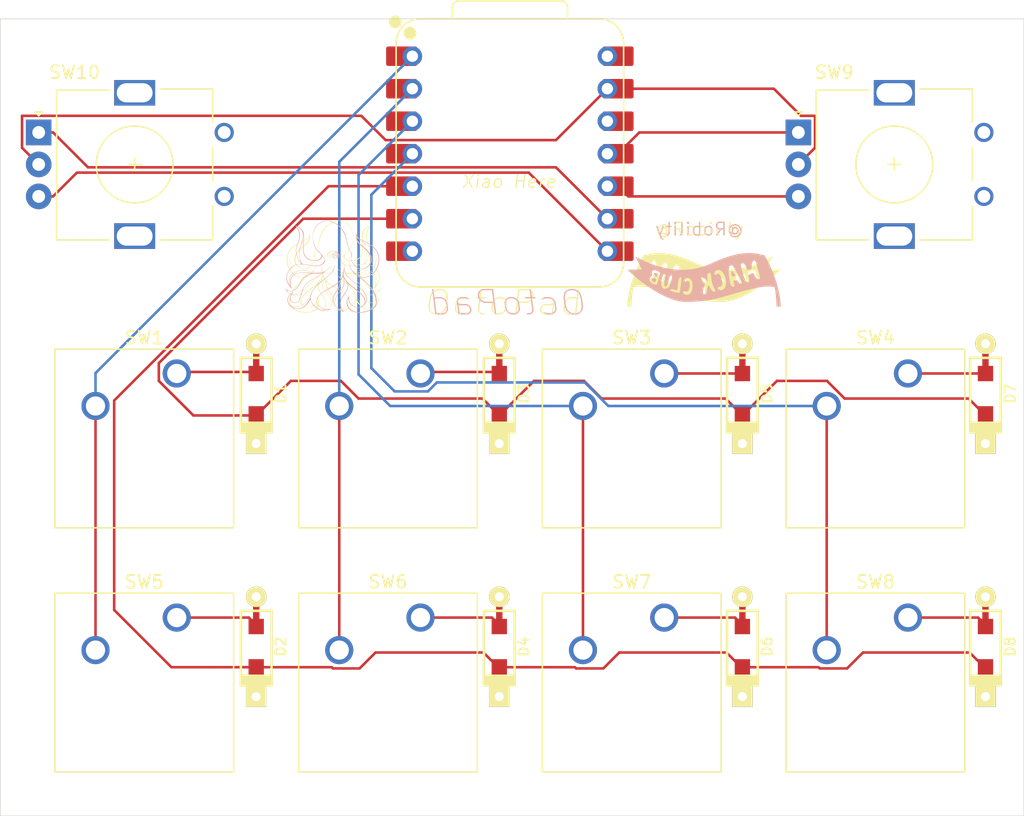
<source format=kicad_pcb>
(kicad_pcb (version 20241229) (generator "pcbnew") (generator_version "9.0")
  (layers (0 "F.Cu" signal) (2 "B.Cu" signal) (13 "F.Paste" user) (15 "B.Paste" user) (5 "F.SilkS" user "F.Silkscreen") (7 "B.SilkS" user "B.Silkscreen") (1 "F.Mask" user) (3 "B.Mask" user) (25 "Edge.Cuts" user))
  (net 0 "")
  (net 1 "Net-(D1-A)")
  (net 2 "R1")
  (net 3 "R2")
  (net 4 "Net-(D2-A)")
  (net 5 "Net-(D3-A)")
  (net 6 "Net-(D4-A)")
  (net 7 "Net-(D5-A)")
  (net 8 "Net-(D6-A)")
  (net 9 "Net-(D7-A)")
  (net 10 "Net-(D8-A)")
  (net 11 "C1")
  (net 12 "C2")
  (net 13 "C3")
  (net 14 "C4")
  (net 15 "GND")
  (net 16 "B1")
  (net 17 "A1")
  (net 18 "A2")
  (net 19 "B2")
  (footprint "footprints:D_SOD123_axial" (layer "F.Cu") (at 104 64 90)
    (property "Reference" "D1" (at 0 1.925 90) (layer "F.SilkS") (effects (font (size 0.8 0.8))))
    (property "Value" "D" (hide yes))
    (pad "1" thru_hole rect (at -3.9 0 90) (size 1.6 1.6) (drill 0.7) (layers "*.Cu" "*.Mask" "F.SilkS") (net 2 "R1"))
    (pad "1" smd rect (at -2.7 0 90) (size 2.5 0.5) (layers "F.Cu") (net 2 "R1"))
    (pad "1" smd rect (at -1.575 0 90) (size 1.2 1.2) (layers "F.Cu" "F.Mask" "F.Paste") (net 2 "R1"))
    (pad "2" smd rect (at 1.575 0 90) (size 1.2 1.2) (layers "F.Cu" "F.Mask" "F.Paste") (net 1 "Net-(D1-A)"))
    (pad "2" smd rect (at 2.7 0 90) (size 2.5 0.5) (layers "F.Cu") (net 1 "Net-(D1-A)"))
    (pad "2" thru_hole circle (at 3.9 0 90) (size 1.6 1.6) (drill 0.7) (layers "*.Cu" "*.Mask" "F.SilkS") (net 1 "Net-(D1-A)"))
  )
  (footprint "footprints:D_SOD123_axial" (layer "F.Cu") (at 104 83.77375 90)
    (property "Reference" "D2" (at 0 1.925 90) (layer "F.SilkS") (effects (font (size 0.8 0.8))))
    (property "Value" "D" (hide yes))
    (pad "1" thru_hole rect (at -3.9 0 90) (size 1.6 1.6) (drill 0.7) (layers "*.Cu" "*.Mask" "F.SilkS") (net 3 "R2"))
    (pad "1" smd rect (at -2.7 0 90) (size 2.5 0.5) (layers "F.Cu") (net 3 "R2"))
    (pad "1" smd rect (at -1.575 0 90) (size 1.2 1.2) (layers "F.Cu" "F.Mask" "F.Paste") (net 3 "R2"))
    (pad "2" smd rect (at 1.575 0 90) (size 1.2 1.2) (layers "F.Cu" "F.Mask" "F.Paste") (net 4 "Net-(D2-A)"))
    (pad "2" smd rect (at 2.7 0 90) (size 2.5 0.5) (layers "F.Cu") (net 4 "Net-(D2-A)"))
    (pad "2" thru_hole circle (at 3.9 0 90) (size 1.6 1.6) (drill 0.7) (layers "*.Cu" "*.Mask" "F.SilkS") (net 4 "Net-(D2-A)"))
  )
  (footprint "Button_Switch_Keyboard:SW_Cherry_MX_1.00u_PCB" (layer "F.Cu") (at 116.84 62.42)
    (property "Reference" "SW2" (at -2.54 -2.794 0) (layer "F.SilkS"))
    (property "Value" "SW_Push")
    (pad "" np_thru_hole circle (at -7.62 5.08) (size 1.7 1.7) (drill 1.7) (layers "*.Cu" "*.Mask"))
    (pad "" np_thru_hole circle (at -2.54 5.08) (size 4 4) (drill 4) (layers "*.Cu" "*.Mask"))
    (pad "" np_thru_hole circle (at 2.54 5.08) (size 1.7 1.7) (drill 1.7) (layers "*.Cu" "*.Mask"))
    (pad "1" thru_hole circle (at 0 0) (size 2.2 2.2) (drill 1.5) (layers "*.Cu" "*.Mask") (net 5 "Net-(D3-A)"))
    (pad "2" thru_hole circle (at -6.35 2.54) (size 2.2 2.2) (drill 1.5) (layers "*.Cu" "*.Mask") (net 12 "C2"))
  )
  (footprint "Button_Switch_Keyboard:SW_Cherry_MX_1.00u_PCB" (layer "F.Cu") (at 135.89 62.42)
    (property "Reference" "SW3" (at -2.54 -2.794 0) (layer "F.SilkS"))
    (property "Value" "SW_Push")
    (pad "" np_thru_hole circle (at -7.62 5.08) (size 1.7 1.7) (drill 1.7) (layers "*.Cu" "*.Mask"))
    (pad "" np_thru_hole circle (at -2.54 5.08) (size 4 4) (drill 4) (layers "*.Cu" "*.Mask"))
    (pad "" np_thru_hole circle (at 2.54 5.08) (size 1.7 1.7) (drill 1.7) (layers "*.Cu" "*.Mask"))
    (pad "1" thru_hole circle (at 0 0) (size 2.2 2.2) (drill 1.5) (layers "*.Cu" "*.Mask") (net 7 "Net-(D5-A)"))
    (pad "2" thru_hole circle (at -6.35 2.54) (size 2.2 2.2) (drill 1.5) (layers "*.Cu" "*.Mask") (net 13 "C3"))
  )
  (footprint "footprints:XIAO-RP2040-DIP" (layer "F.Cu") (at 123.825 45.24375)
    (property "Reference" "U1" (hide yes))
    (property "Value" "XIAO-RP2040-DIP")
    (pad "1" smd roundrect (at -8.455 -7.62 180) (size 2.432 1.524) (layers "F.Cu" "F.Mask") (roundrect_rratio 0.1) (net 11 "C1"))
    (pad "1" thru_hole circle (at -7.62 -7.62 180) (size 1.524 1.524) (drill 0.889) (layers "*.Cu" "*.Mask") (net 11 "C1"))
    (pad "2" smd roundrect (at -8.455 -5.08 180) (size 2.432 1.524) (layers "F.Cu" "F.Mask") (roundrect_rratio 0.1) (net 12 "C2"))
    (pad "2" thru_hole circle (at -7.62 -5.08 180) (size 1.524 1.524) (drill 0.889) (layers "*.Cu" "*.Mask") (net 12 "C2"))
    (pad "3" smd roundrect (at -8.455 -2.54 180) (size 2.432 1.524) (layers "F.Cu" "F.Mask") (roundrect_rratio 0.1) (net 13 "C3"))
    (pad "3" thru_hole circle (at -7.62 -2.54 180) (size 1.524 1.524) (drill 0.889) (layers "*.Cu" "*.Mask") (net 13 "C3"))
    (pad "4" smd roundrect (at -8.455 0 180) (size 2.432 1.524) (layers "F.Cu" "F.Mask") (roundrect_rratio 0.1) (net 14 "C4"))
    (pad "4" thru_hole circle (at -7.62 0 180) (size 1.524 1.524) (drill 0.889) (layers "*.Cu" "*.Mask") (net 14 "C4"))
    (pad "5" smd roundrect (at -8.455 2.54 180) (size 2.432 1.524) (layers "F.Cu" "F.Mask") (roundrect_rratio 0.1) (net 3 "R2"))
    (pad "5" thru_hole circle (at -7.62 2.54 180) (size 1.524 1.524) (drill 0.889) (layers "*.Cu" "*.Mask") (net 3 "R2"))
    (pad "6" smd roundrect (at -8.455 5.08 180) (size 2.432 1.524) (layers "F.Cu" "F.Mask") (roundrect_rratio 0.1) (net 2 "R1"))
    (pad "6" thru_hole circle (at -7.62 5.08 180) (size 1.524 1.524) (drill 0.889) (layers "*.Cu" "*.Mask") (net 2 "R1"))
    (pad "7" smd roundrect (at -8.455 7.62 180) (size 2.432 1.524) (layers "F.Cu" "F.Mask") (roundrect_rratio 0.1))
    (pad "7" thru_hole circle (at -7.62 7.62 180) (size 1.524 1.524) (drill 0.889) (layers "*.Cu" "*.Mask"))
    (pad "8" thru_hole circle (at 7.62 7.62) (size 1.524 1.524) (drill 0.889) (layers "*.Cu" "*.Mask") (net 19 "B2"))
    (pad "8" smd roundrect (at 8.455 7.62) (size 2.432 1.524) (layers "F.Cu" "F.Mask") (roundrect_rratio 0.1) (net 19 "B2"))
    (pad "9" thru_hole circle (at 7.62 5.08) (size 1.524 1.524) (drill 0.889) (layers "*.Cu" "*.Mask") (net 18 "A2"))
    (pad "9" smd roundrect (at 8.455 5.08) (size 2.432 1.524) (layers "F.Cu" "F.Mask") (roundrect_rratio 0.1) (net 18 "A2"))
    (pad "10" thru_hole circle (at 7.62 2.54) (size 1.524 1.524) (drill 0.889) (layers "*.Cu" "*.Mask") (net 16 "B1"))
    (pad "10" smd roundrect (at 8.455 2.54) (size 2.432 1.524) (layers "F.Cu" "F.Mask") (roundrect_rratio 0.1) (net 16 "B1"))
    (pad "11" thru_hole circle (at 7.62 0) (size 1.524 1.524) (drill 0.889) (layers "*.Cu" "*.Mask") (net 17 "A1"))
    (pad "11" smd roundrect (at 8.455 0) (size 2.432 1.524) (layers "F.Cu" "F.Mask") (roundrect_rratio 0.1) (net 17 "A1"))
    (pad "12" thru_hole circle (at 7.62 -2.54) (size 1.524 1.524) (drill 0.889) (layers "*.Cu" "*.Mask"))
    (pad "12" smd roundrect (at 8.455 -2.54) (size 2.432 1.524) (layers "F.Cu" "F.Mask") (roundrect_rratio 0.1))
    (pad "13" thru_hole circle (at 7.62 -5.08) (size 1.524 1.524) (drill 0.889) (layers "*.Cu" "*.Mask") (net 15 "GND"))
    (pad "13" smd roundrect (at 8.455 -5.08) (size 2.432 1.524) (layers "F.Cu" "F.Mask") (roundrect_rratio 0.1) (net 15 "GND"))
    (pad "14" thru_hole circle (at 7.62 -7.62) (size 1.524 1.524) (drill 0.889) (layers "*.Cu" "*.Mask"))
    (pad "14" smd roundrect (at 8.455 -7.62) (size 2.432 1.524) (layers "F.Cu" "F.Mask") (roundrect_rratio 0.1))
  )
  (footprint "footprints:D_SOD123_axial" (layer "F.Cu") (at 142 83.77375 90)
    (property "Reference" "D6" (at 0 1.925 90) (layer "F.SilkS") (effects (font (size 0.8 0.8))))
    (property "Value" "D" (hide yes))
    (pad "1" thru_hole rect (at -3.9 0 90) (size 1.6 1.6) (drill 0.7) (layers "*.Cu" "*.Mask" "F.SilkS") (net 3 "R2"))
    (pad "1" smd rect (at -2.7 0 90) (size 2.5 0.5) (layers "F.Cu") (net 3 "R2"))
    (pad "1" smd rect (at -1.575 0 90) (size 1.2 1.2) (layers "F.Cu" "F.Mask" "F.Paste") (net 3 "R2"))
    (pad "2" smd rect (at 1.575 0 90) (size 1.2 1.2) (layers "F.Cu" "F.Mask" "F.Paste") (net 8 "Net-(D6-A)"))
    (pad "2" smd rect (at 2.7 0 90) (size 2.5 0.5) (layers "F.Cu") (net 8 "Net-(D6-A)"))
    (pad "2" thru_hole circle (at 3.9 0 90) (size 1.6 1.6) (drill 0.7) (layers "*.Cu" "*.Mask" "F.SilkS") (net 8 "Net-(D6-A)"))
  )
  (footprint "Rotary_Encoder:RotaryEncoder_Alps_EC11E_Vertical_H20mm" (layer "F.Cu") (at 146.375 43.58125)
    (property "Reference" "SW9" (at 2.8 -4.7 0) (layer "F.SilkS"))
    (property "Value" "RotaryEncoder")
    (pad "" thru_hole circle (at 14.5 0) (size 1.5 1.5) (drill 1) (layers "*.Cu" "*.Mask"))
    (pad "" thru_hole circle (at 14.5 5) (size 1.5 1.5) (drill 1) (layers "*.Cu" "*.Mask"))
    (pad "A" thru_hole rect (at 0 0) (size 2 2) (drill 1) (layers "*.Cu" "*.Mask") (net 17 "A1"))
    (pad "B" thru_hole circle (at 0 5) (size 2 2) (drill 1) (layers "*.Cu" "*.Mask") (net 16 "B1"))
    (pad "C" thru_hole circle (at 0 2.5) (size 2 2) (drill 1) (layers "*.Cu" "*.Mask") (net 15 "GND"))
    (pad "MP" thru_hole rect (at 7.5 -3.1) (size 3.2 2) (drill oval 2.8 1.5) (layers "*.Cu" "*.Mask"))
    (pad "MP" thru_hole rect (at 7.5 8.1) (size 3.2 2) (drill oval 2.8 1.5) (layers "*.Cu" "*.Mask"))
  )
  (footprint "footprints:D_SOD123_axial" (layer "F.Cu") (at 123 83.77375 90)
    (property "Reference" "D4" (at 0 1.925 90) (layer "F.SilkS") (effects (font (size 0.8 0.8))))
    (property "Value" "D" (hide yes))
    (pad "1" thru_hole rect (at -3.9 0 90) (size 1.6 1.6) (drill 0.7) (layers "*.Cu" "*.Mask" "F.SilkS") (net 3 "R2"))
    (pad "1" smd rect (at -2.7 0 90) (size 2.5 0.5) (layers "F.Cu") (net 3 "R2"))
    (pad "1" smd rect (at -1.575 0 90) (size 1.2 1.2) (layers "F.Cu" "F.Mask" "F.Paste") (net 3 "R2"))
    (pad "2" smd rect (at 1.575 0 90) (size 1.2 1.2) (layers "F.Cu" "F.Mask" "F.Paste") (net 6 "Net-(D4-A)"))
    (pad "2" smd rect (at 2.7 0 90) (size 2.5 0.5) (layers "F.Cu") (net 6 "Net-(D4-A)"))
    (pad "2" thru_hole circle (at 3.9 0 90) (size 1.6 1.6) (drill 0.7) (layers "*.Cu" "*.Mask" "F.SilkS") (net 6 "Net-(D4-A)"))
  )
  (footprint "Button_Switch_Keyboard:SW_Cherry_MX_1.00u_PCB" (layer "F.Cu") (at 135.89 81.5)
    (property "Reference" "SW7" (at -2.54 -2.794 0) (layer "F.SilkS"))
    (property "Value" "SW_Push")
    (pad "" np_thru_hole circle (at -7.62 5.08) (size 1.7 1.7) (drill 1.7) (layers "*.Cu" "*.Mask"))
    (pad "" np_thru_hole circle (at -2.54 5.08) (size 4 4) (drill 4) (layers "*.Cu" "*.Mask"))
    (pad "" np_thru_hole circle (at 2.54 5.08) (size 1.7 1.7) (drill 1.7) (layers "*.Cu" "*.Mask"))
    (pad "1" thru_hole circle (at 0 0) (size 2.2 2.2) (drill 1.5) (layers "*.Cu" "*.Mask") (net 8 "Net-(D6-A)"))
    (pad "2" thru_hole circle (at -6.35 2.54) (size 2.2 2.2) (drill 1.5) (layers "*.Cu" "*.Mask") (net 13 "C3"))
  )
  (footprint "LOGO" (layer "F.Cu") (at 139 55.099788)
    (property "Reference" "G***" (hide yes))
    (property "Value" "LOGO" (hide yes))
  )
  (footprint "Button_Switch_Keyboard:SW_Cherry_MX_1.00u_PCB" (layer "F.Cu") (at 116.84 81.5)
    (property "Reference" "SW6" (at -2.54 -2.794 0) (layer "F.SilkS"))
    (property "Value" "SW_Push")
    (pad "" np_thru_hole circle (at -7.62 5.08) (size 1.7 1.7) (drill 1.7) (layers "*.Cu" "*.Mask"))
    (pad "" np_thru_hole circle (at -2.54 5.08) (size 4 4) (drill 4) (layers "*.Cu" "*.Mask"))
    (pad "" np_thru_hole circle (at 2.54 5.08) (size 1.7 1.7) (drill 1.7) (layers "*.Cu" "*.Mask"))
    (pad "1" thru_hole circle (at 0 0) (size 2.2 2.2) (drill 1.5) (layers "*.Cu" "*.Mask") (net 6 "Net-(D4-A)"))
    (pad "2" thru_hole circle (at -6.35 2.54) (size 2.2 2.2) (drill 1.5) (layers "*.Cu" "*.Mask") (net 12 "C2"))
  )
  (footprint "Button_Switch_Keyboard:SW_Cherry_MX_1.00u_PCB" (layer "F.Cu") (at 154.94 81.5)
    (property "Reference" "SW8" (at -2.54 -2.794 0) (layer "F.SilkS"))
    (property "Value" "SW_Push")
    (pad "" np_thru_hole circle (at -7.62 5.08) (size 1.7 1.7) (drill 1.7) (layers "*.Cu" "*.Mask"))
    (pad "" np_thru_hole circle (at -2.54 5.08) (size 4 4) (drill 4) (layers "*.Cu" "*.Mask"))
    (pad "" np_thru_hole circle (at 2.54 5.08) (size 1.7 1.7) (drill 1.7) (layers "*.Cu" "*.Mask"))
    (pad "1" thru_hole circle (at 0 0) (size 2.2 2.2) (drill 1.5) (layers "*.Cu" "*.Mask") (net 10 "Net-(D8-A)"))
    (pad "2" thru_hole circle (at -6.35 2.54) (size 2.2 2.2) (drill 1.5) (layers "*.Cu" "*.Mask") (net 14 "C4"))
  )
  (footprint "footprints:D_SOD123_axial" (layer "F.Cu") (at 142 64 90)
    (property "Reference" "D5" (at 0 1.925 90) (layer "F.SilkS") (effects (font (size 0.8 0.8))))
    (property "Value" "D" (hide yes))
    (pad "1" thru_hole rect (at -3.9 0 90) (size 1.6 1.6) (drill 0.7) (layers "*.Cu" "*.Mask" "F.SilkS") (net 2 "R1"))
    (pad "1" smd rect (at -2.7 0 90) (size 2.5 0.5) (layers "F.Cu") (net 2 "R1"))
    (pad "1" smd rect (at -1.575 0 90) (size 1.2 1.2) (layers "F.Cu" "F.Mask" "F.Paste") (net 2 "R1"))
    (pad "2" smd rect (at 1.575 0 90) (size 1.2 1.2) (layers "F.Cu" "F.Mask" "F.Paste") (net 7 "Net-(D5-A)"))
    (pad "2" smd rect (at 2.7 0 90) (size 2.5 0.5) (layers "F.Cu") (net 7 "Net-(D5-A)"))
    (pad "2" thru_hole circle (at 3.9 0 90) (size 1.6 1.6) (drill 0.7) (layers "*.Cu" "*.Mask" "F.SilkS") (net 7 "Net-(D5-A)"))
  )
  (footprint "footprints:D_SOD123_axial" (layer "F.Cu") (at 123 64 90)
    (property "Reference" "D3" (at 0 1.925 90) (layer "F.SilkS") (effects (font (size 0.8 0.8))))
    (property "Value" "D" (hide yes))
    (pad "1" thru_hole rect (at -3.9 0 90) (size 1.6 1.6) (drill 0.7) (layers "*.Cu" "*.Mask" "F.SilkS") (net 2 "R1"))
    (pad "1" smd rect (at -2.7 0 90) (size 2.5 0.5) (layers "F.Cu") (net 2 "R1"))
    (pad "1" smd rect (at -1.575 0 90) (size 1.2 1.2) (layers "F.Cu" "F.Mask" "F.Paste") (net 2 "R1"))
    (pad "2" smd rect (at 1.575 0 90) (size 1.2 1.2) (layers "F.Cu" "F.Mask" "F.Paste") (net 5 "Net-(D3-A)"))
    (pad "2" smd rect (at 2.7 0 90) (size 2.5 0.5) (layers "F.Cu") (net 5 "Net-(D3-A)"))
    (pad "2" thru_hole circle (at 3.9 0 90) (size 1.6 1.6) (drill 0.7) (layers "*.Cu" "*.Mask" "F.SilkS") (net 5 "Net-(D3-A)"))
  )
  (footprint "footprints:D_SOD123_axial" (layer "F.Cu") (at 161 83.77375 90)
    (property "Reference" "D8" (at 0 1.925 90) (layer "F.SilkS") (effects (font (size 0.8 0.8))))
    (property "Value" "D" (hide yes))
    (pad "1" thru_hole rect (at -3.9 0 90) (size 1.6 1.6) (drill 0.7) (layers "*.Cu" "*.Mask" "F.SilkS") (net 3 "R2"))
    (pad "1" smd rect (at -2.7 0 90) (size 2.5 0.5) (layers "F.Cu") (net 3 "R2"))
    (pad "1" smd rect (at -1.575 0 90) (size 1.2 1.2) (layers "F.Cu" "F.Mask" "F.Paste") (net 3 "R2"))
    (pad "2" smd rect (at 1.575 0 90) (size 1.2 1.2) (layers "F.Cu" "F.Mask" "F.Paste") (net 10 "Net-(D8-A)"))
    (pad "2" smd rect (at 2.7 0 90) (size 2.5 0.5) (layers "F.Cu") (net 10 "Net-(D8-A)"))
    (pad "2" thru_hole circle (at 3.9 0 90) (size 1.6 1.6) (drill 0.7) (layers "*.Cu" "*.Mask" "F.SilkS") (net 10 "Net-(D8-A)"))
  )
  (footprint "Button_Switch_Keyboard:SW_Cherry_MX_1.00u_PCB" (layer "F.Cu") (at 97.79 81.5)
    (property "Reference" "SW5" (at -2.54 -2.794 0) (layer "F.SilkS"))
    (property "Value" "SW_Push")
    (pad "" np_thru_hole circle (at -7.62 5.08) (size 1.7 1.7) (drill 1.7) (layers "*.Cu" "*.Mask"))
    (pad "" np_thru_hole circle (at -2.54 5.08) (size 4 4) (drill 4) (layers "*.Cu" "*.Mask"))
    (pad "" np_thru_hole circle (at 2.54 5.08) (size 1.7 1.7) (drill 1.7) (layers "*.Cu" "*.Mask"))
    (pad "1" thru_hole circle (at 0 0) (size 2.2 2.2) (drill 1.5) (layers "*.Cu" "*.Mask") (net 4 "Net-(D2-A)"))
    (pad "2" thru_hole circle (at -6.35 2.54) (size 2.2 2.2) (drill 1.5) (layers "*.Cu" "*.Mask") (net 11 "C1"))
  )
  (footprint "Rotary_Encoder:RotaryEncoder_Alps_EC11E_Vertical_H20mm" (layer "F.Cu") (at 87 43.58125)
    (property "Reference" "SW10" (at 2.8 -4.7 0) (layer "F.SilkS"))
    (property "Value" "RotaryEncoder")
    (pad "" thru_hole circle (at 14.5 0) (size 1.5 1.5) (drill 1) (layers "*.Cu" "*.Mask"))
    (pad "" thru_hole circle (at 14.5 5) (size 1.5 1.5) (drill 1) (layers "*.Cu" "*.Mask"))
    (pad "A" thru_hole rect (at 0 0) (size 2 2) (drill 1) (layers "*.Cu" "*.Mask") (net 18 "A2"))
    (pad "B" thru_hole circle (at 0 5) (size 2 2) (drill 1) (layers "*.Cu" "*.Mask") (net 19 "B2"))
    (pad "C" thru_hole circle (at 0 2.5) (size 2 2) (drill 1) (layers "*.Cu" "*.Mask") (net 15 "GND"))
    (pad "MP" thru_hole rect (at 7.5 -3.1) (size 3.2 2) (drill oval 2.8 1.5) (layers "*.Cu" "*.Mask"))
    (pad "MP" thru_hole rect (at 7.5 8.1) (size 3.2 2) (drill oval 2.8 1.5) (layers "*.Cu" "*.Mask"))
  )
  (footprint "Button_Switch_Keyboard:SW_Cherry_MX_1.00u_PCB" (layer "F.Cu") (at 97.79 62.42)
    (property "Reference" "SW1" (at -2.54 -2.794 0) (layer "F.SilkS"))
    (property "Value" "SW_Push")
    (pad "" np_thru_hole circle (at -7.62 5.08) (size 1.7 1.7) (drill 1.7) (layers "*.Cu" "*.Mask"))
    (pad "" np_thru_hole circle (at -2.54 5.08) (size 4 4) (drill 4) (layers "*.Cu" "*.Mask"))
    (pad "" np_thru_hole circle (at 2.54 5.08) (size 1.7 1.7) (drill 1.7) (layers "*.Cu" "*.Mask"))
    (pad "1" thru_hole circle (at 0 0) (size 2.2 2.2) (drill 1.5) (layers "*.Cu" "*.Mask") (net 1 "Net-(D1-A)"))
    (pad "2" thru_hole circle (at -6.35 2.54) (size 2.2 2.2) (drill 1.5) (layers "*.Cu" "*.Mask") (net 11 "C1"))
  )
  (footprint "footprints:OctoPad" (layer "F.Cu") (at 110 54)
    (property "Reference" "G***" (hide yes))
    (property "Value" "LOGO" (hide yes))
  )
  (footprint "footprints:D_SOD123_axial" (layer "F.Cu") (at 161 64 90)
    (property "Reference" "D7" (at 0 1.925 90) (layer "F.SilkS") (effects (font (size 0.8 0.8))))
    (property "Value" "D" (hide yes))
    (pad "1" thru_hole rect (at -3.9 0 90) (size 1.6 1.6) (drill 0.7) (layers "*.Cu" "*.Mask" "F.SilkS") (net 2 "R1"))
    (pad "1" smd rect (at -2.7 0 90) (size 2.5 0.5) (layers "F.Cu") (net 2 "R1"))
    (pad "1" smd rect (at -1.575 0 90) (size 1.2 1.2) (layers "F.Cu" "F.Mask" "F.Paste") (net 2 "R1"))
    (pad "2" smd rect (at 1.575 0 90) (size 1.2 1.2) (layers "F.Cu" "F.Mask" "F.Paste") (net 9 "Net-(D7-A)"))
    (pad "2" smd rect (at 2.7 0 90) (size 2.5 0.5) (layers "F.Cu") (net 9 "Net-(D7-A)"))
    (pad "2" thru_hole circle (at 3.9 0 90) (size 1.6 1.6) (drill 0.7) (layers "*.Cu" "*.Mask" "F.SilkS") (net 9 "Net-(D7-A)"))
  )
  (footprint "Button_Switch_Keyboard:SW_Cherry_MX_1.00u_PCB" (layer "F.Cu") (at 154.94 62.42)
    (property "Reference" "SW4" (at -2.54 -2.794 0) (layer "F.SilkS"))
    (property "Value" "SW_Push")
    (pad "" np_thru_hole circle (at -7.62 5.08) (size 1.7 1.7) (drill 1.7) (layers "*.Cu" "*.Mask"))
    (pad "" np_thru_hole circle (at -2.54 5.08) (size 4 4) (drill 4) (layers "*.Cu" "*.Mask"))
    (pad "" np_thru_hole circle (at 2.54 5.08) (size 1.7 1.7) (drill 1.7) (layers "*.Cu" "*.Mask"))
    (pad "1" thru_hole circle (at 0 0) (size 2.2 2.2) (drill 1.5) (layers "*.Cu" "*.Mask") (net 9 "Net-(D7-A)"))
    (pad "2" thru_hole circle (at -6.35 2.54) (size 2.2 2.2) (drill 1.5) (layers "*.Cu" "*.Mask") (net 14 "C4"))
  )
  (footprint "footprints:OctoPad" (layer "B.Cu") (at 110 54 180)
    (property "Reference" "G***" (hide yes))
    (property "Value" "LOGO" (hide yes))
  )
  (footprint "LOGO" (layer "B.Cu") (at 139 55.099788 180)
    (property "Reference" "G***" (hide yes))
    (property "Value" "LOGO" (hide yes))
  )
  (gr_rect (start 84 34.7) (end 164 97) (stroke (width 0.05)) (fill no) (layer "Edge.Cuts"))
  (gr_text "OctoPad" (at 117 58 0) (layer "F.SilkS") (effects (font (size 1.9 2) (thickness 0.1) (italic yes)) (justify left bottom)))
  (gr_text "Xiao Here" (at 120 48 0) (layer "F.SilkS") (effects (font (size 1 1) (thickness 0.1) (italic yes)) (justify left bottom)))
  (gr_text "@Robility" (at 135.15 51.725 0) (layer "F.SilkS") (effects (font (size 1 1) (thickness 0.1)) (justify left bottom)))
  (gr_text "OctoPad" (at 130 58 -0) (layer "B.SilkS") (effects (font (size 1.9 2) (thickness 0.1) (italic yes)) (justify left bottom mirror)))
  (gr_text "@Robility" (at 142.15 51.725 -0) (layer "B.SilkS") (effects (font (size 1 1) (thickness 0.1)) (justify left bottom mirror)))
  (segment (start 104 62.3) (end 97.91 62.3) (width 0.2) (layer "F.Cu") (net 1))
  (segment (start 97.91 62.3) (end 97.79 62.42) (width 0.2) (layer "F.Cu") (net 1))
  (segment (start 148.611314 63) (end 144.7 63) (width 0.2) (layer "F.Cu") (net 2))
  (segment (start 121.688686 64.379686) (end 112 64.379686) (width 0.2) (layer "F.Cu") (net 2))
  (segment (start 131 64.379686) (end 129.620314 63) (width 0.2) (layer "F.Cu") (net 2))
  (segment (start 142.009 65.7) (end 140.688686 64.379686) (width 0.2) (layer "F.Cu") (net 2))
  (segment (start 125.709 63) (end 123.009 65.7) (width 0.2) (layer "F.Cu") (net 2))
  (segment (start 159.679686 64.379686) (end 149.991 64.379686) (width 0.2) (layer "F.Cu") (net 2))
  (segment (start 140.688686 64.379686) (end 131 64.379686) (width 0.2) (layer "F.Cu") (net 2))
  (segment (start 161 65.7) (end 159.679686 64.379686) (width 0.2) (layer "F.Cu") (net 2))
  (segment (start 107.67625 50.32375) (end 116.205 50.32375) (width 0.2) (layer "F.Cu") (net 2))
  (segment (start 110.620314 63) (end 106.709 63) (width 0.2) (layer "F.Cu") (net 2))
  (segment (start 144.7 63) (end 142 65.7) (width 0.2) (layer "F.Cu") (net 2))
  (segment (start 99.088686 65.7) (end 96.389 63.000314) (width 0.2) (layer "F.Cu") (net 2))
  (segment (start 149.991 64.379686) (end 148.611314 63) (width 0.2) (layer "F.Cu") (net 2))
  (segment (start 129.620314 63) (end 125.709 63) (width 0.2) (layer "F.Cu") (net 2))
  (segment (start 106.709 63) (end 104.009 65.7) (width 0.2) (layer "F.Cu") (net 2))
  (segment (start 104 65.7) (end 99.088686 65.7) (width 0.2) (layer "F.Cu") (net 2))
  (segment (start 96.389 61.611) (end 107.67625 50.32375) (width 0.2) (layer "F.Cu") (net 2))
  (segment (start 123.009 65.7) (end 121.688686 64.379686) (width 0.2) (layer "F.Cu") (net 2))
  (segment (start 112 64.379686) (end 110.620314 63) (width 0.2) (layer "F.Cu") (net 2))
  (segment (start 96.389 63.000314) (end 96.389 61.611) (width 0.2) (layer "F.Cu") (net 2))
  (segment (start 151.426184 84.229) (end 159.75525 84.229) (width 0.2) (layer "F.Cu") (net 3))
  (segment (start 109.64915 47.78375) (end 115.37 47.78375) (width 0.2) (layer "F.Cu") (net 3))
  (segment (start 92.899 80.904184) (end 92.899 64.5339) (width 0.2) (layer "F.Cu") (net 3))
  (segment (start 150.181434 85.47375) (end 151.426184 84.229) (width 0.2) (layer "F.Cu") (net 3))
  (segment (start 142 85.47375) (end 142.09475 85.379) (width 0.2) (layer "F.Cu") (net 3))
  (segment (start 147.947686 85.379) (end 148.042436 85.47375) (width 0.2) (layer "F.Cu") (net 3))
  (segment (start 140.75525 84.229) (end 142 85.47375) (width 0.2) (layer "F.Cu") (net 3))
  (segment (start 92.899 64.5339) (end 109.64915 47.78375) (width 0.2) (layer "F.Cu") (net 3))
  (segment (start 103.90525 85.379) (end 97.373816 85.379) (width 0.2) (layer "F.Cu") (net 3))
  (segment (start 129 85.47375) (end 131.131434 85.47375) (width 0.2) (layer "F.Cu") (net 3))
  (segment (start 128.90525 85.379) (end 129 85.47375) (width 0.2) (layer "F.Cu") (net 3))
  (segment (start 97.373816 85.379) (end 92.899 80.904184) (width 0.2) (layer "F.Cu") (net 3))
  (segment (start 132.376184 84.229) (end 140.75525 84.229) (width 0.2) (layer "F.Cu") (net 3))
  (segment (start 159.75525 84.229) (end 161 85.47375) (width 0.2) (layer "F.Cu") (net 3))
  (segment (start 131.131434 85.47375) (end 132.376184 84.229) (width 0.2) (layer "F.Cu") (net 3))
  (segment (start 112.081434 85.47375) (end 113.326184 84.229) (width 0.2) (layer "F.Cu") (net 3))
  (segment (start 104 85.47375) (end 104.09475 85.379) (width 0.2) (layer "F.Cu") (net 3))
  (segment (start 113.326184 84.229) (end 121.75525 84.229) (width 0.2) (layer "F.Cu") (net 3))
  (segment (start 121.75525 84.229) (end 123 85.47375) (width 0.2) (layer "F.Cu") (net 3))
  (segment (start 110 85.47375) (end 112.081434 85.47375) (width 0.2) (layer "F.Cu") (net 3))
  (segment (start 109.90525 85.379) (end 110 85.47375) (width 0.2) (layer "F.Cu") (net 3))
  (segment (start 148.042436 85.47375) (end 150.181434 85.47375) (width 0.2) (layer "F.Cu") (net 3))
  (segment (start 123.09475 85.379) (end 128.90525 85.379) (width 0.2) (layer "F.Cu") (net 3))
  (segment (start 104.09475 85.379) (end 109.90525 85.379) (width 0.2) (layer "F.Cu") (net 3))
  (segment (start 142.09475 85.379) (end 147.947686 85.379) (width 0.2) (layer "F.Cu") (net 3))
  (segment (start 104 85.47375) (end 103.90525 85.379) (width 0.2) (layer "F.Cu") (net 3))
  (segment (start 123 85.47375) (end 123.09475 85.379) (width 0.2) (layer "F.Cu") (net 3))
  (segment (start 103.42625 81.5) (end 104 82.07375) (width 0.2) (layer "F.Cu") (net 4))
  (segment (start 97.79 81.5) (end 103.42625 81.5) (width 0.2) (layer "F.Cu") (net 4))
  (segment (start 116.96 62.3) (end 116.84 62.42) (width 0.2) (layer "F.Cu") (net 5))
  (segment (start 123 62.3) (end 116.96 62.3) (width 0.2) (layer "F.Cu") (net 5))
  (segment (start 116.84 81.5) (end 122.42625 81.5) (width 0.2) (layer "F.Cu") (net 6))
  (segment (start 122.42625 81.5) (end 123 82.07375) (width 0.2) (layer "F.Cu") (net 6))
  (segment (start 135.89 62.42) (end 141.88 62.42) (width 0.2) (layer "F.Cu") (net 7))
  (segment (start 141.88 62.42) (end 142 62.3) (width 0.2) (layer "F.Cu") (net 7))
  (segment (start 141.42625 81.5) (end 142 82.07375) (width 0.2) (layer "F.Cu") (net 8))
  (segment (start 135.89 81.5) (end 141.42625 81.5) (width 0.2) (layer "F.Cu") (net 8))
  (segment (start 154.94 62.42) (end 160.88 62.42) (width 0.2) (layer "F.Cu") (net 9))
  (segment (start 160.88 62.42) (end 161 62.3) (width 0.2) (layer "F.Cu") (net 9))
  (segment (start 160.42625 81.5) (end 161 82.07375) (width 0.2) (layer "F.Cu") (net 10))
  (segment (start 154.94 81.5) (end 160.42625 81.5) (width 0.2) (layer "F.Cu") (net 10))
  (segment (start 91.44 84.04) (end 91.44 64.96) (width 0.2) (layer "F.Cu") (net 11))
  (segment (start 91.44 64.96) (end 91.44 62.38875) (width 0.2) (layer "B.Cu") (net 11))
  (segment (start 91.44 62.38875) (end 116.205 37.62375) (width 0.2) (layer "B.Cu") (net 11))
  (segment (start 110.49 84.04) (end 110.49 64.96) (width 0.2) (layer "F.Cu") (net 12))
  (segment (start 110.49 64.96) (end 110.49 45.87875) (width 0.2) (layer "B.Cu") (net 12))
  (segment (start 110.49 45.87875) (end 116.205 40.16375) (width 0.2) (layer "B.Cu") (net 12))
  (segment (start 129.54 84.04) (end 129.54 64.96) (width 0.2) (layer "F.Cu") (net 13))
  (segment (start 114.471314 64.96) (end 112 62.488686) (width 0.2) (layer "B.Cu") (net 13))
  (segment (start 112 46.90875) (end 116.205 42.70375) (width 0.2) (layer "B.Cu") (net 13))
  (segment (start 112 62.488686) (end 112 46.90875) (width 0.2) (layer "B.Cu") (net 13))
  (segment (start 129.54 64.96) (end 114.471314 64.96) (width 0.2) (layer "B.Cu") (net 13))
  (segment (start 148.59 84.04) (end 148.59 64.96) (width 0.2) (layer "F.Cu") (net 14))
  (segment (start 118.120657 63.120657) (end 117.420314 63.821) (width 0.2) (layer "B.Cu") (net 14))
  (segment (start 114.821 63.821) (end 113 62) (width 0.2) (layer "B.Cu") (net 14))
  (segment (start 113 62) (end 113 48.44875) (width 0.2) (layer "B.Cu") (net 14))
  (segment (start 148.59 64.96) (end 131.521314 64.96) (width 0.2) (layer "B.Cu") (net 14))
  (segment (start 129.681971 63.120657) (end 118.120657 63.120657) (width 0.2) (layer "B.Cu") (net 14))
  (segment (start 131.521314 64.96) (end 129.681971 63.120657) (width 0.2) (layer "B.Cu") (net 14))
  (segment (start 117.420314 63.821) (end 114.821 63.821) (width 0.2) (layer "B.Cu") (net 14))
  (segment (start 113 48.44875) (end 116.205 45.24375) (width 0.2) (layer "B.Cu") (net 14))
  (segment (start 144.4595 40.16375) (end 132.28 40.16375) (width 0.2) (layer "F.Cu") (net 15))
  (segment (start 87 46.08125) (end 85.699 44.78025) (width 0.2) (layer "F.Cu") (net 15))
  (segment (start 114.114374 44.18075) (end 127.428 44.18075) (width 0.2) (layer "F.Cu") (net 15))
  (segment (start 147.676 42.28025) (end 146.576 42.28025) (width 0.2) (layer "F.Cu") (net 15))
  (segment (start 147.676 44.78025) (end 147.676 42.28025) (width 0.2) (layer "F.Cu") (net 15))
  (segment (start 146.375 46.08125) (end 147.676 44.78025) (width 0.2) (layer "F.Cu") (net 15))
  (segment (start 85.699 44.78025) (end 85.699 42.28025) (width 0.2) (layer "F.Cu") (net 15))
  (segment (start 127.428 44.18075) (end 131.445 40.16375) (width 0.2) (layer "F.Cu") (net 15))
  (segment (start 112.213874 42.28025) (end 114.114374 44.18075) (width 0.2) (layer "F.Cu") (net 15))
  (segment (start 85.699 42.28025) (end 112.213874 42.28025) (width 0.2) (layer "F.Cu") (net 15))
  (segment (start 146.576 42.28025) (end 144.4595 40.16375) (width 0.2) (layer "F.Cu") (net 15))
  (segment (start 146.375 48.58125) (end 133.0775 48.58125) (width 0.2) (layer "F.Cu") (net 16))
  (segment (start 133.0775 48.58125) (end 132.28 47.78375) (width 0.2) (layer "F.Cu") (net 16))
  (segment (start 133.9425 43.58125) (end 132.28 45.24375) (width 0.2) (layer "F.Cu") (net 17))
  (segment (start 146.375 43.58125) (end 133.9425 43.58125) (width 0.2) (layer "F.Cu") (net 17))
  (segment (start 127.428 46.30675) (end 131.445 50.32375) (width 0.2) (layer "F.Cu") (net 18))
  (segment (start 87 43.58125) (end 88.125 43.58125) (width 0.2) (layer "F.Cu") (net 18))
  (segment (start 88.125 43.58125) (end 90.8505 46.30675) (width 0.2) (layer "F.Cu") (net 18))
  (segment (start 90.8505 46.30675) (end 127.428 46.30675) (width 0.2) (layer "F.Cu") (net 18))
  (segment (start 87 48.58125) (end 88.125 48.58125) (width 0.2) (layer "F.Cu") (net 19))
  (segment (start 125.302 46.72075) (end 131.445 52.86375) (width 0.2) (layer "F.Cu") (net 19))
  (segment (start 89.9855 46.72075) (end 125.302 46.72075) (width 0.2) (layer "F.Cu") (net 19))
  (segment (start 88.125 48.58125) (end 89.9855 46.72075) (width 0.2) (layer "F.Cu") (net 19))
)
</source>
